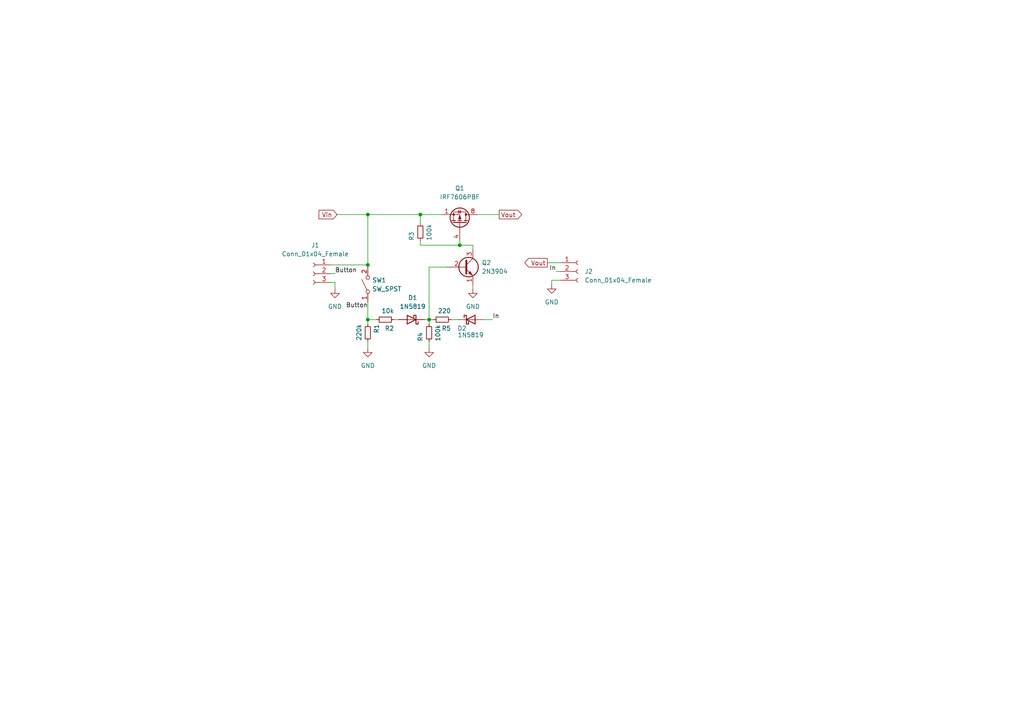
<source format=kicad_sch>
(kicad_sch (version 20211123) (generator eeschema)
  (paper "A4")
  (lib_symbols
    (symbol "Connector:Conn_01x03_Female" (pin_names (offset 1.016) hide)
      (property "Reference" "J" (at 0 5.08 0))
      (property "Value" "Conn_01x03_Female" (at 0 -5.08 0))
      (symbol "Conn_01x03_Female_1_1"
        (arc (start 0 -2.032) (mid -0.508 -2.54) (end 0 -3.048) (stroke (width 0.1524)))
        (polyline (pts (xy -1.27 -2.54) (xy -0.508 -2.54)) (stroke (width 0.1524)))
        (polyline (pts (xy -1.27 0) (xy -0.508 0)) (stroke (width 0.1524)))
        (polyline (pts (xy -1.27 2.54) (xy -0.508 2.54)) (stroke (width 0.1524)))
        (arc (start 0 0.508) (mid -0.508 0) (end 0 -0.508) (stroke (width 0.1524)))
        (arc (start 0 3.048) (mid -0.508 2.54) (end 0 2.032) (stroke (width 0.1524)))
        (pin passive line (at -5.08 2.54 0) (length 3.81) (name "Pin_1") (number "1"))
        (pin passive line (at -5.08 0 0) (length 3.81) (name "Pin_2") (number "2"))
        (pin passive line (at -5.08 -2.54 0) (length 3.81) (name "Pin_3") (number "3"))
      )
    )
    (symbol "Device:R_Small" (pin_numbers hide) (pin_names (offset 0.254) hide)
      (property "Reference" "R" (at 0.762 0.508 0))
      (property "Value" "R_Small" (at 0.762 -1.016 0))
      (symbol "R_Small_0_1"
        (rectangle (start -0.762 1.778) (end 0.762 -1.778) (stroke (width 0.2032)))
      )
      (symbol "R_Small_1_1"
        (pin passive line (at 0 2.54 270) (length 0.762) (name "~") (number "1"))
        (pin passive line (at 0 -2.54 90) (length 0.762) (name "~") (number "2"))
      )
    )
    (symbol "Diode:1N5819" (pin_numbers hide) (pin_names (offset 1.016) hide)
      (property "Reference" "D" (at 0 2.54 0))
      (property "Value" "1N5819" (at 0 -2.54 0))
      (symbol "1N5819_0_1"
        (polyline (pts (xy 1.27 0) (xy -1.27 0)))
        (polyline (pts (xy 1.27 1.27) (xy 1.27 -1.27) (xy -1.27 0) (xy 1.27 1.27)) (stroke (width 0.254)))
        (polyline (pts (xy -1.905 0.635) (xy -1.905 1.27) (xy -1.27 1.27) (xy -1.27 -1.27) (xy -0.635 -1.27) (xy -0.635 -0.635)) (stroke (width 0.254)))
      )
      (symbol "1N5819_1_1"
        (pin passive line (at -3.81 0 0) (length 2.54) (name "K") (number "1"))
        (pin passive line (at 3.81 0 180) (length 2.54) (name "A") (number "2"))
      )
    )
    (symbol "Switch:SW_SPST" (pin_names (offset 0) hide)
      (property "Reference" "SW" (at 0 3.175 0))
      (property "Value" "SW_SPST" (at 0 -2.54 0))
      (symbol "SW_SPST_0_0"
        (circle (center -2.032 0) (radius 0.508))
        (polyline (pts (xy -1.524 0.254) (xy 1.524 1.778)))
        (circle (center 2.032 0) (radius 0.508))
      )
      (symbol "SW_SPST_1_1"
        (pin passive line (at -5.08 0 0) (length 2.54) (name "A") (number "1"))
        (pin passive line (at 5.08 0 180) (length 2.54) (name "B") (number "2"))
      )
    )
    (symbol "Transistor_BJT:2N3904" (pin_names (offset 0) hide)
      (property "Reference" "Q" (at 5.08 1.905 0))
      (property "Value" "2N3904" (at 5.08 0 0))
      (symbol "2N3904_0_1"
        (polyline (pts (xy 0.635 0.635) (xy 2.54 2.54)))
        (polyline (pts (xy 0.635 -0.635) (xy 2.54 -2.54) (xy 2.54 -2.54)))
        (polyline (pts (xy 0.635 1.905) (xy 0.635 -1.905) (xy 0.635 -1.905)) (stroke (width 0.508)))
        (polyline (pts (xy 1.27 -1.778) (xy 1.778 -1.27) (xy 2.286 -2.286) (xy 1.27 -1.778) (xy 1.27 -1.778)) (fill (type outline)))
        (circle (center 1.27 0) (radius 2.8194) (stroke (width 0.254)))
      )
      (symbol "2N3904_1_1"
        (pin passive line (at 2.54 -5.08 90) (length 2.54) (name "E") (number "1"))
        (pin passive line (at -5.08 0 0) (length 5.715) (name "B") (number "2"))
        (pin passive line (at 2.54 5.08 270) (length 2.54) (name "C") (number "3"))
      )
    )
    (symbol "Transistor_FET:IRF7606PBF" (pin_names hide)
      (property "Reference" "Q" (at 5.08 1.905 0))
      (property "Value" "IRF7606PBF" (at 5.08 0 0))
      (symbol "IRF7606PBF_0_1"
        (polyline (pts (xy 0.254 0) (xy -2.54 0)))
        (polyline (pts (xy 0.254 1.905) (xy 0.254 -1.905)) (stroke (width 0.254)))
        (polyline (pts (xy 0.762 -1.27) (xy 0.762 -2.286)) (stroke (width 0.254)))
        (polyline (pts (xy 0.762 0.508) (xy 0.762 -0.508)) (stroke (width 0.254)))
        (polyline (pts (xy 0.762 2.286) (xy 0.762 1.27)) (stroke (width 0.254)))
        (polyline (pts (xy 2.54 2.54) (xy 2.54 1.778)))
        (polyline (pts (xy 2.54 -2.54) (xy 2.54 0) (xy 0.762 0)))
        (polyline (pts (xy 0.762 1.778) (xy 3.302 1.778) (xy 3.302 -1.778) (xy 0.762 -1.778)))
        (polyline (pts (xy 2.286 0) (xy 1.27 0.381) (xy 1.27 -0.381) (xy 2.286 0)) (fill (type outline)))
        (polyline (pts (xy 2.794 -0.508) (xy 2.921 -0.381) (xy 3.683 -0.381) (xy 3.81 -0.254)))
        (polyline (pts (xy 3.302 -0.381) (xy 2.921 0.254) (xy 3.683 0.254) (xy 3.302 -0.381)))
        (circle (center 1.651 0) (radius 2.794) (stroke (width 0.254)))
        (circle (center 2.54 -1.778) (radius 0.254) (fill (type outline)))
        (circle (center 2.54 1.778) (radius 0.254) (fill (type outline)))
      )
      (symbol "IRF7606PBF_1_1"
        (pin passive line (at 2.54 -5.08 90) (length 2.54) (name "S") (number "1"))
        (pin passive line (at 2.54 -5.08 90) (length 2.54) hide (name "S") (number "2"))
        (pin passive line (at 2.54 -5.08 90) (length 2.54) hide (name "S") (number "3"))
        (pin passive line (at -5.08 0 0) (length 2.54) (name "G") (number "4"))
        (pin passive line (at 2.54 5.08 270) (length 2.54) hide (name "D") (number "5"))
        (pin passive line (at 2.54 5.08 270) (length 2.54) hide (name "D") (number "6"))
        (pin passive line (at 2.54 5.08 270) (length 2.54) hide (name "D") (number "7"))
        (pin passive line (at 2.54 5.08 270) (length 2.54) (name "D") (number "8"))
      )
    )
    (symbol "power:GND" (power) (pin_names (offset 0))
      (property "Value" "GND" (at 0 -3.81 0))
      (symbol "GND_0_1"
        (polyline (pts (xy 0 0) (xy 0 -1.27) (xy 1.27 -1.27) (xy 0 -2.54) (xy -1.27 -1.27) (xy 0 -1.27)))
      )
      (symbol "GND_1_1"
        (pin power_in line (at 0 0 270) (length 0) hide (name "GND") (number "1"))
      )
    )
  )
  (junction (at 106.68 92.71))
  (junction (at 106.68 62.23))
  (junction (at 121.92 62.23))
  (junction (at 133.35 71.12))
  (junction (at 106.68 76.835))
  (junction (at 124.46 92.71))
  (wire (pts (xy 140.335 92.71) (xy 142.875 92.71)))
  (wire (pts (xy 106.68 92.71) (xy 109.22 92.71)))
  (wire (pts (xy 133.35 71.12) (xy 133.35 69.85)))
  (wire (pts (xy 97.155 81.915) (xy 97.155 83.82)))
  (wire (pts (xy 124.46 92.71) (xy 124.46 93.98)))
  (wire (pts (xy 95.885 76.835) (xy 106.68 76.835)))
  (wire (pts (xy 128.27 62.23) (xy 121.92 62.23)))
  (wire (pts (xy 124.46 99.06) (xy 124.46 100.965)))
  (wire (pts (xy 124.46 77.47) (xy 124.46 92.71)))
  (wire (pts (xy 114.3 92.71) (xy 115.57 92.71)))
  (wire (pts (xy 106.68 62.23) (xy 121.92 62.23)))
  (wire (pts (xy 133.35 71.12) (xy 137.16 71.12)))
  (wire (pts (xy 121.92 62.23) (xy 121.92 64.77)))
  (wire (pts (xy 106.68 100.965) (xy 106.68 99.06)))
  (wire (pts (xy 161.29 78.74) (xy 162.56 78.74)))
  (wire (pts (xy 121.92 69.85) (xy 121.92 71.12)))
  (wire (pts (xy 106.68 62.23) (xy 106.68 76.835)))
  (wire (pts (xy 106.68 87.63) (xy 106.68 92.71)))
  (wire (pts (xy 137.16 71.12) (xy 137.16 72.39)))
  (wire (pts (xy 95.885 81.915) (xy 97.155 81.915)))
  (wire (pts (xy 158.75 76.2) (xy 162.56 76.2)))
  (wire (pts (xy 106.68 93.98) (xy 106.68 92.71)))
  (wire (pts (xy 138.43 62.23) (xy 144.78 62.23)))
  (wire (pts (xy 106.68 76.835) (xy 106.68 77.47)))
  (wire (pts (xy 97.79 62.23) (xy 106.68 62.23)))
  (wire (pts (xy 160.02 81.28) (xy 162.56 81.28)))
  (wire (pts (xy 123.19 92.71) (xy 124.46 92.71)))
  (wire (pts (xy 160.02 82.55) (xy 160.02 81.28)))
  (wire (pts (xy 124.46 92.71) (xy 125.73 92.71)))
  (wire (pts (xy 95.885 79.375) (xy 97.155 79.375)))
  (wire (pts (xy 121.92 71.12) (xy 133.35 71.12)))
  (wire (pts (xy 130.81 92.71) (xy 132.715 92.71)))
  (wire (pts (xy 129.54 77.47) (xy 124.46 77.47)))
  (wire (pts (xy 137.16 82.55) (xy 137.16 83.82)))
  (label "Button" (at 97.155 79.375 0))
  (label "In" (at 161.29 78.74 180))
  (label "In" (at 142.875 92.71 0))
  (label "Button" (at 106.68 89.535 180))
  (global_label "Vout" (shape output) (at 158.75 76.2 180) (property "Intersheet References" "${INTERSHEET_REFS}" (effects hide)))
  (global_label "Vout" (shape output) (at 144.78 62.23 0) (property "Intersheet References" "${INTERSHEET_REFS}" (effects hide)))
  (global_label "Vin" (shape input) (at 97.79 62.23 180) (property "Intersheet References" "${INTERSHEET_REFS}" (effects hide)))
  (symbol (lib_id "power:GND") (at 124.46 100.965 0) (unit 1)
    (property "Reference" "#PWR0101" (effects hide))
    (property "Value" "GND" (at 124.46 106.045 0))
  )
  (symbol (lib_id "power:GND") (at 137.16 83.82 0) (unit 1)
    (property "Reference" "#PWR0103" (effects hide))
    (property "Value" "GND" (at 137.16 88.9 0))
  )
  (symbol (lib_id "Transistor_BJT:2N3904") (at 134.62 77.47 0) (unit 1)
    (property "Reference" "Q2" (at 139.7 76.1999 0) (effects (justify left)))
    (property "Value" "2N3904" (at 139.7 78.7399 0) (effects (justify left)))
    (property "Footprint" "Package_TO_SOT_SMD:SOT-23" (effects hide))
    (property "Datasheet" "https://www.onsemi.com/pub/Collateral/2N3903-D.PDF" (effects hide))
  )
  (symbol (lib_id "power:GND") (at 160.02 82.55 0) (unit 1)
    (property "Reference" "#PWR0105" (effects hide))
    (property "Value" "GND" (at 160.02 87.63 0))
  )
  (symbol (lib_id "power:GND") (at 106.68 100.965 0) (unit 1)
    (property "Reference" "#PWR0102" (effects hide))
    (property "Value" "GND" (at 106.68 106.045 0))
  )
  (symbol (lib_id "Connector:Conn_01x03_Female") (at 90.805 79.375 0) (mirror y) (unit 1)
    (property "Reference" "J1" (at 91.44 71.12 0))
    (property "Value" "Conn_01x04_Female" (at 91.44 73.66 0))
    (property "Footprint" "Connector_PinSocket_2.54mm:PinSocket_1x03_P2.54mm_Vertical" (effects hide))
  )
  (symbol (lib_id "power:GND") (at 97.155 83.82 0) (unit 1)
    (property "Reference" "#PWR0104" (effects hide))
    (property "Value" "GND" (at 97.155 88.9 0))
  )
  (symbol (lib_id "Device:R_Small") (at 128.27 92.71 90) (unit 1)
    (property "Reference" "R5" (at 130.81 95.25 90) (effects (justify left)))
    (property "Value" "220" (at 130.81 90.17 90) (effects (justify left)))
    (property "Footprint" "Resistor_SMD:R_0805_2012Metric" (effects hide))
  )
  (symbol (lib_id "Device:R_Small") (at 124.46 96.52 0) (unit 1)
    (property "Reference" "R4" (at 121.92 99.06 90) (effects (justify left)))
    (property "Value" "100k" (at 127 99.06 90) (effects (justify left)))
    (property "Footprint" "Resistor_SMD:R_0805_2012Metric" (effects hide))
  )
  (symbol (lib_id "Connector:Conn_01x03_Female") (at 167.64 78.74 0) (unit 1)
    (property "Reference" "J2" (at 169.545 78.7399 0) (effects (justify left)))
    (property "Value" "Conn_01x04_Female" (at 169.545 81.2799 0) (effects (justify left)))
    (property "Footprint" "Connector_PinSocket_2.54mm:PinSocket_1x03_P2.54mm_Vertical" (effects hide))
  )
  (symbol (lib_id "Diode:1N5819") (at 119.38 92.71 180) (unit 1)
    (property "Reference" "D1" (at 119.6975 86.36 0))
    (property "Value" "1N5819" (at 119.6975 88.9 0))
    (property "Footprint" "Diode_SMD:D_SOD-123" (effects hide))
    (property "Datasheet" "http://www.vishay.com/docs/88525/1n5817.pdf" (effects hide))
  )
  (symbol (lib_id "Transistor_FET:IRF7606PBF") (at 133.35 64.77 270) (mirror x) (unit 1)
    (property "Reference" "Q1" (at 133.35 54.61 90))
    (property "Value" "IRF7606PBF" (at 133.35 57.15 90))
    (property "Footprint" "Package_SO:MSOP-8_3x3mm_P0.65mm" (effects hide))
    (property "Datasheet" "http://www.irf.com/product-info/datasheets/data/irf7606pbf.pdf" (effects hide))
  )
  (symbol (lib_id "Diode:1N5819") (at 136.525 92.71 0) (unit 1)
    (property "Reference" "D2" (at 133.985 95.25 0))
    (property "Value" "1N5819" (at 136.525 97.155 0))
    (property "Footprint" "Diode_SMD:D_SOD-123" (effects hide))
    (property "Datasheet" "http://www.vishay.com/docs/88525/1n5817.pdf" (effects hide))
  )
  (symbol (lib_id "Device:R_Small") (at 121.92 67.31 0) (unit 1)
    (property "Reference" "R3" (at 119.38 69.85 90) (effects (justify left)))
    (property "Value" "100k" (at 124.46 69.85 90) (effects (justify left)))
    (property "Footprint" "Resistor_SMD:R_0805_2012Metric" (effects hide))
  )
  (symbol (lib_id "Device:R_Small") (at 111.76 92.71 90) (unit 1)
    (property "Reference" "R2" (at 114.3 95.25 90) (effects (justify left)))
    (property "Value" "10k" (at 114.3 90.17 90) (effects (justify left)))
    (property "Footprint" "Resistor_SMD:R_0805_2012Metric" (effects hide))
  )
  (symbol (lib_id "Device:R_Small") (at 106.68 96.52 180) (unit 1)
    (property "Reference" "R1" (at 109.22 93.98 90) (effects (justify left)))
    (property "Value" "220k" (at 104.14 93.98 90) (effects (justify left)))
    (property "Footprint" "Resistor_SMD:R_0805_2012Metric" (effects hide))
  )
  (symbol (lib_id "Switch:SW_SPST") (at 106.68 82.55 90) (unit 1)
    (property "Reference" "SW1" (at 107.95 81.2799 90) (effects (justify right)))
    (property "Value" "SW_SPST" (at 107.95 83.8199 90) (effects (justify right)))
    (property "Footprint" "Button_Switch_SMD:SW_SPST_SKQG_WithoutStem" (effects hide))
  )
)
</source>
